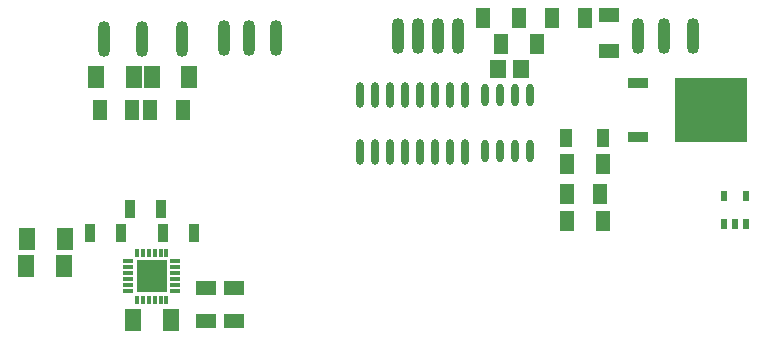
<source format=gtp>
G04*
G04 #@! TF.GenerationSoftware,Altium Limited,Altium Designer,20.1.14 (287)*
G04*
G04 Layer_Color=8421504*
%FSLAX25Y25*%
%MOIN*%
G70*
G04*
G04 #@! TF.SameCoordinates,6CECFA62-5CAE-4AFB-ABBD-F4F89981EE89*
G04*
G04*
G04 #@! TF.FilePolarity,Positive*
G04*
G01*
G75*
%ADD15O,0.04000X0.12000*%
%ADD16O,0.02362X0.08661*%
%ADD17R,0.05118X0.07087*%
%ADD18R,0.07087X0.03543*%
%ADD19R,0.24410X0.21457*%
%ADD20R,0.05315X0.06102*%
%ADD21O,0.02362X0.07480*%
%ADD22R,0.02362X0.03543*%
%ADD23R,0.05140X0.06922*%
%ADD24R,0.05315X0.07480*%
%ADD25R,0.06922X0.05140*%
%ADD26R,0.10236X0.10630*%
%ADD27R,0.03347X0.01378*%
%ADD28R,0.01378X0.03150*%
%ADD29R,0.03543X0.06102*%
%ADD30R,0.07087X0.05118*%
%ADD31R,0.03937X0.05906*%
D15*
X244250Y286500D02*
D03*
X349557Y287500D02*
D03*
X428000D02*
D03*
X257500Y286500D02*
D03*
X231500D02*
D03*
X289000Y287000D02*
D03*
X280000D02*
D03*
X271500D02*
D03*
X342871Y287500D02*
D03*
X336186D02*
D03*
X329500D02*
D03*
X409500D02*
D03*
X418201Y287505D02*
D03*
D16*
X352000Y267898D02*
D03*
X347000D02*
D03*
X342000D02*
D03*
X337000D02*
D03*
X332000D02*
D03*
X327000D02*
D03*
X322000D02*
D03*
X317000D02*
D03*
X352000Y249000D02*
D03*
X347000D02*
D03*
X342000D02*
D03*
X337000D02*
D03*
X332000D02*
D03*
X327000D02*
D03*
X322000D02*
D03*
X317000D02*
D03*
D17*
X370102Y293500D02*
D03*
X357898D02*
D03*
X364094Y285000D02*
D03*
X375905D02*
D03*
X397811Y226000D02*
D03*
X386000D02*
D03*
X397811Y245000D02*
D03*
X386000D02*
D03*
D18*
X409465Y271976D02*
D03*
X409465Y254024D02*
D03*
D19*
X433874Y263000D02*
D03*
D20*
X362823Y276500D02*
D03*
X370500D02*
D03*
D21*
X373500Y267752D02*
D03*
X368500D02*
D03*
X363500D02*
D03*
X358500D02*
D03*
X373500Y249248D02*
D03*
X368500D02*
D03*
X363500D02*
D03*
X358500D02*
D03*
D22*
X438260Y224776D02*
D03*
X442000D02*
D03*
X445740D02*
D03*
Y234224D02*
D03*
X438260D02*
D03*
D23*
X391919Y293500D02*
D03*
X381081D02*
D03*
X257919Y263000D02*
D03*
X247081D02*
D03*
X241000D02*
D03*
X230163D02*
D03*
X386081Y235000D02*
D03*
X396919D02*
D03*
D24*
X241402Y193000D02*
D03*
X254000D02*
D03*
X218500Y220000D02*
D03*
X205902D02*
D03*
X218299Y211000D02*
D03*
X205701D02*
D03*
X260098Y274000D02*
D03*
X247500D02*
D03*
X229000D02*
D03*
X241598D02*
D03*
D25*
X265500Y192581D02*
D03*
Y203419D02*
D03*
X275000Y203500D02*
D03*
Y192663D02*
D03*
D26*
X247500Y207500D02*
D03*
D27*
X255276Y212421D02*
D03*
Y210453D02*
D03*
X255276Y208484D02*
D03*
Y206516D02*
D03*
X255276Y204547D02*
D03*
X255276Y202579D02*
D03*
X239724Y202579D02*
D03*
X239724Y204547D02*
D03*
X239724Y206516D02*
D03*
X239724Y208484D02*
D03*
X239724Y210453D02*
D03*
X239724Y212421D02*
D03*
D28*
X252421Y199626D02*
D03*
X250453Y199626D02*
D03*
X248484Y199626D02*
D03*
X246516Y199626D02*
D03*
X244547D02*
D03*
X242579Y199626D02*
D03*
X242579Y215374D02*
D03*
X244547Y215374D02*
D03*
X246516Y215374D02*
D03*
X248484Y215374D02*
D03*
X250453Y215374D02*
D03*
X252421Y215374D02*
D03*
D29*
X237216Y222000D02*
D03*
X226783D02*
D03*
X261717D02*
D03*
X251284D02*
D03*
X250716Y230000D02*
D03*
X240283D02*
D03*
D30*
X400000Y282594D02*
D03*
Y294406D02*
D03*
D31*
X398098Y253500D02*
D03*
X385500D02*
D03*
M02*

</source>
